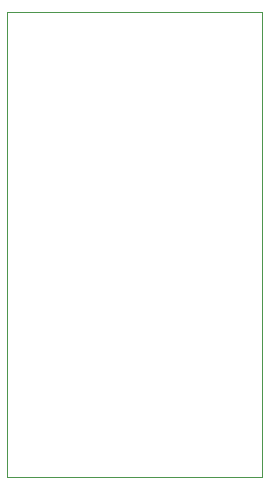
<source format=gbr>
%TF.GenerationSoftware,KiCad,Pcbnew,(5.1.6-0-10_14)*%
%TF.CreationDate,2021-08-14T22:27:43-04:00*%
%TF.ProjectId,bareduino,62617265-6475-4696-9e6f-2e6b69636164,rev?*%
%TF.SameCoordinates,Original*%
%TF.FileFunction,Profile,NP*%
%FSLAX46Y46*%
G04 Gerber Fmt 4.6, Leading zero omitted, Abs format (unit mm)*
G04 Created by KiCad (PCBNEW (5.1.6-0-10_14)) date 2021-08-14 22:27:43*
%MOMM*%
%LPD*%
G01*
G04 APERTURE LIST*
%TA.AperFunction,Profile*%
%ADD10C,0.100000*%
%TD*%
G04 APERTURE END LIST*
D10*
X62865000Y-50165000D02*
X62865000Y-89535000D01*
X41275000Y-50165000D02*
X62865000Y-50165000D01*
X41275000Y-89535000D02*
X41275000Y-50165000D01*
X62865000Y-89535000D02*
X41275000Y-89535000D01*
M02*

</source>
